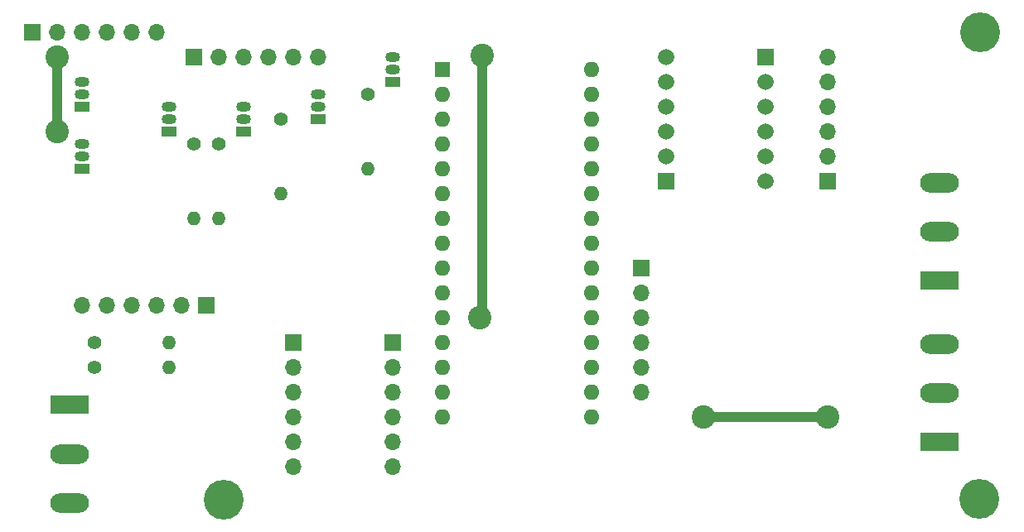
<source format=gbr>
%TF.GenerationSoftware,KiCad,Pcbnew,9.0.4*%
%TF.CreationDate,2025-09-23T14:36:17+02:00*%
%TF.ProjectId,filter shield,66696c74-6572-4207-9368-69656c642e6b,rev?*%
%TF.SameCoordinates,Original*%
%TF.FileFunction,Copper,L1,Top*%
%TF.FilePolarity,Positive*%
%FSLAX46Y46*%
G04 Gerber Fmt 4.6, Leading zero omitted, Abs format (unit mm)*
G04 Created by KiCad (PCBNEW 9.0.4) date 2025-09-23 14:36:17*
%MOMM*%
%LPD*%
G01*
G04 APERTURE LIST*
%TA.AperFunction,ComponentPad*%
%ADD10C,4.064000*%
%TD*%
%TA.AperFunction,ComponentPad*%
%ADD11R,3.960000X1.980000*%
%TD*%
%TA.AperFunction,ComponentPad*%
%ADD12O,3.960000X1.980000*%
%TD*%
%TA.AperFunction,ComponentPad*%
%ADD13R,1.665000X1.665000*%
%TD*%
%TA.AperFunction,ComponentPad*%
%ADD14C,1.665000*%
%TD*%
%TA.AperFunction,ComponentPad*%
%ADD15R,1.700000X1.700000*%
%TD*%
%TA.AperFunction,ComponentPad*%
%ADD16O,1.700000X1.700000*%
%TD*%
%TA.AperFunction,ComponentPad*%
%ADD17R,1.500000X1.050000*%
%TD*%
%TA.AperFunction,ComponentPad*%
%ADD18O,1.500000X1.050000*%
%TD*%
%TA.AperFunction,ComponentPad*%
%ADD19C,1.400000*%
%TD*%
%TA.AperFunction,ComponentPad*%
%ADD20O,1.400000X1.400000*%
%TD*%
%TA.AperFunction,ComponentPad*%
%ADD21R,1.600000X1.600000*%
%TD*%
%TA.AperFunction,ComponentPad*%
%ADD22O,1.600000X1.600000*%
%TD*%
%TA.AperFunction,ViaPad*%
%ADD23C,2.400000*%
%TD*%
%TA.AperFunction,Conductor*%
%ADD24C,1.000000*%
%TD*%
G04 APERTURE END LIST*
D10*
%TO.P,P8,1*%
%TO.N,Net-(P8-Pad1)*%
X124900000Y-118890000D03*
%TD*%
%TO.P,P10,1*%
%TO.N,Net-(P10-Pad1)*%
X202170000Y-118860000D03*
%TD*%
%TO.P,P13,1*%
%TO.N,Net-(P13-Pad1)*%
X202200000Y-71070000D03*
%TD*%
D11*
%TO.P,J1,1*%
%TO.N,+12V*%
X198120000Y-96520000D03*
D12*
%TO.P,J1,2*%
%TO.N,GND*%
X198120000Y-91520000D03*
%TO.P,J1,3*%
%TO.N,+5V*%
X198120000Y-86520000D03*
%TD*%
D11*
%TO.P,J2,1*%
%TO.N,GND*%
X198120000Y-113030000D03*
D12*
%TO.P,J2,2*%
%TO.N,+15V*%
X198120000Y-108030000D03*
%TO.P,J2,3*%
%TO.N,GND*%
X198120000Y-103030000D03*
%TD*%
D13*
%TO.P,U1,1*%
%TO.N,/rpi-ptt*%
X180340000Y-73660000D03*
D14*
%TO.P,U1,2*%
%TO.N,Net-(U1-Pad2)*%
X180340000Y-76200000D03*
%TO.P,U1,3*%
%TO.N,GND*%
X180340000Y-78740000D03*
%TO.P,U1,4*%
%TO.N,+3V3*%
X180340000Y-81280000D03*
%TO.P,U1,5*%
%TO.N,/rpi-scl*%
X180340000Y-83820000D03*
%TO.P,U1,6*%
%TO.N,/rpi-sda*%
X180340000Y-86360000D03*
D13*
%TO.P,U1,7*%
%TO.N,/sda*%
X170180000Y-86360000D03*
D14*
%TO.P,U1,8*%
%TO.N,/scl*%
X170180000Y-83820000D03*
%TO.P,U1,9*%
%TO.N,+5V*%
X170180000Y-81280000D03*
%TO.P,U1,10*%
%TO.N,GND*%
X170180000Y-78740000D03*
%TO.P,U1,11*%
%TO.N,Net-(U1-Pad11)*%
X170180000Y-76200000D03*
%TO.P,U1,12*%
%TO.N,/ptt*%
X170180000Y-73660000D03*
%TD*%
D15*
%TO.P,J7,1*%
%TO.N,/rpi-sda*%
X186690000Y-86360000D03*
D16*
%TO.P,J7,2*%
%TO.N,/rpi-scl*%
X186690000Y-83820000D03*
%TO.P,J7,3*%
%TO.N,GND*%
X186690000Y-81280000D03*
%TO.P,J7,4*%
%TO.N,+5V*%
X186690000Y-78740000D03*
%TO.P,J7,5*%
%TO.N,Net-(J7-Pad5)*%
X186690000Y-76200000D03*
%TO.P,J7,6*%
%TO.N,/rpi-ptt*%
X186690000Y-73660000D03*
%TD*%
D15*
%TO.P,J8,1*%
%TO.N,/bpf-p1*%
X142240000Y-102870000D03*
D16*
%TO.P,J8,2*%
%TO.N,/bpf-p2*%
X142240000Y-105410000D03*
%TO.P,J8,3*%
%TO.N,/bpf-p3*%
X142240000Y-107950000D03*
%TO.P,J8,4*%
%TO.N,/bpf-p4*%
X142240000Y-110490000D03*
%TO.P,J8,5*%
%TO.N,GND*%
X142240000Y-113030000D03*
%TO.P,J8,6*%
%TO.N,+5V*%
X142240000Y-115570000D03*
%TD*%
D15*
%TO.P,J9,1*%
%TO.N,+12V*%
X121920000Y-73660000D03*
D16*
%TO.P,J9,2*%
%TO.N,GND*%
X124460000Y-73660000D03*
%TO.P,J9,3*%
%TO.N,/lpf-10m*%
X127000000Y-73660000D03*
%TO.P,J9,4*%
%TO.N,/lpf-20m*%
X129540000Y-73660000D03*
%TO.P,J9,5*%
%TO.N,/lpf-40*%
X132080000Y-73660000D03*
%TO.P,J9,6*%
%TO.N,/lpf-80m*%
X134620000Y-73660000D03*
%TD*%
D15*
%TO.P,J3,1*%
%TO.N,+12V*%
X123190000Y-99060000D03*
D16*
%TO.P,J3,2*%
%TO.N,Net-(J3-Pad2)*%
X120650000Y-99060000D03*
%TO.P,J3,3*%
%TO.N,GND*%
X118110000Y-99060000D03*
%TO.P,J3,4*%
%TO.N,Net-(J3-Pad4)*%
X115570000Y-99060000D03*
%TO.P,J3,5*%
%TO.N,GND*%
X113030000Y-99060000D03*
%TO.P,J3,6*%
%TO.N,Net-(J3-Pad6)*%
X110490000Y-99060000D03*
%TD*%
D17*
%TO.P,Q1,1*%
%TO.N,GND*%
X110490000Y-78740000D03*
D18*
%TO.P,Q1,2*%
%TO.N,Net-(Q1-Pad2)*%
X110490000Y-77470000D03*
%TO.P,Q1,3*%
%TO.N,Net-(J3-Pad2)*%
X110490000Y-76200000D03*
%TD*%
D19*
%TO.P,R1,1*%
%TO.N,Net-(Q1-Pad2)*%
X111760000Y-105410000D03*
D20*
%TO.P,R1,2*%
%TO.N,/txmit*%
X119380000Y-105410000D03*
%TD*%
D17*
%TO.P,Q2,1*%
%TO.N,GND*%
X110490000Y-85090000D03*
D18*
%TO.P,Q2,2*%
%TO.N,Net-(Q2-Pad2)*%
X110490000Y-83820000D03*
%TO.P,Q2,3*%
%TO.N,Net-(J3-Pad4)*%
X110490000Y-82550000D03*
%TD*%
D19*
%TO.P,R2,1*%
%TO.N,Net-(Q2-Pad2)*%
X111760000Y-102870000D03*
D20*
%TO.P,R2,2*%
%TO.N,/pa*%
X119380000Y-102870000D03*
%TD*%
D11*
%TO.P,J6,1*%
%TO.N,GND*%
X109220000Y-109220000D03*
D12*
%TO.P,J6,2*%
%TO.N,+15V*%
X109220000Y-114220000D03*
%TO.P,J6,3*%
%TO.N,GND*%
X109220000Y-119220000D03*
%TD*%
D17*
%TO.P,Q3,1*%
%TO.N,GND*%
X119380000Y-81280000D03*
D18*
%TO.P,Q3,2*%
%TO.N,Net-(Q3-Pad2)*%
X119380000Y-80010000D03*
%TO.P,Q3,3*%
%TO.N,/lpf-10m*%
X119380000Y-78740000D03*
%TD*%
D17*
%TO.P,Q4,1*%
%TO.N,GND*%
X127000000Y-81280000D03*
D18*
%TO.P,Q4,2*%
%TO.N,Net-(Q4-Pad2)*%
X127000000Y-80010000D03*
%TO.P,Q4,3*%
%TO.N,/lpf-20m*%
X127000000Y-78740000D03*
%TD*%
D17*
%TO.P,Q5,1*%
%TO.N,GND*%
X134620000Y-80010000D03*
D18*
%TO.P,Q5,2*%
%TO.N,Net-(Q5-Pad2)*%
X134620000Y-78740000D03*
%TO.P,Q5,3*%
%TO.N,/lpf-40*%
X134620000Y-77470000D03*
%TD*%
D17*
%TO.P,Q6,1*%
%TO.N,GND*%
X142240000Y-76200000D03*
D18*
%TO.P,Q6,2*%
%TO.N,Net-(Q6-Pad2)*%
X142240000Y-74930000D03*
%TO.P,Q6,3*%
%TO.N,/lpf-80m*%
X142240000Y-73660000D03*
%TD*%
D19*
%TO.P,R3,1*%
%TO.N,Net-(Q3-Pad2)*%
X121920000Y-82550000D03*
D20*
%TO.P,R3,2*%
%TO.N,/d5-10m*%
X121920000Y-90170000D03*
%TD*%
D19*
%TO.P,R4,1*%
%TO.N,Net-(Q4-Pad2)*%
X124460000Y-82550000D03*
D20*
%TO.P,R4,2*%
%TO.N,/d4-20m*%
X124460000Y-90170000D03*
%TD*%
D19*
%TO.P,R5,1*%
%TO.N,Net-(Q5-Pad2)*%
X130810000Y-80010000D03*
D20*
%TO.P,R5,2*%
%TO.N,/d3-40m*%
X130810000Y-87630000D03*
%TD*%
D19*
%TO.P,R6,1*%
%TO.N,Net-(Q6-Pad2)*%
X139700000Y-77470000D03*
D20*
%TO.P,R6,2*%
%TO.N,/d2-80m*%
X139700000Y-85090000D03*
%TD*%
D21*
%TO.P,A1,1*%
%TO.N,Net-(A1-Pad1)*%
X147320000Y-74930000D03*
D22*
%TO.P,A1,2*%
%TO.N,Net-(A1-Pad2)*%
X147320000Y-77470000D03*
%TO.P,A1,3*%
%TO.N,Net-(A1-Pad3)*%
X147320000Y-80010000D03*
%TO.P,A1,4*%
%TO.N,GND*%
X147320000Y-82550000D03*
%TO.P,A1,5*%
%TO.N,/d2-80m*%
X147320000Y-85090000D03*
%TO.P,A1,6*%
%TO.N,/d3-40m*%
X147320000Y-87630000D03*
%TO.P,A1,7*%
%TO.N,/d4-20m*%
X147320000Y-90170000D03*
%TO.P,A1,8*%
%TO.N,/d5-10m*%
X147320000Y-92710000D03*
%TO.P,A1,9*%
%TO.N,/pa*%
X147320000Y-95250000D03*
%TO.P,A1,10*%
%TO.N,/txmit*%
X147320000Y-97790000D03*
%TO.P,A1,11*%
%TO.N,/ptt*%
X147320000Y-100330000D03*
%TO.P,A1,12*%
%TO.N,/bpf-p1*%
X147320000Y-102870000D03*
%TO.P,A1,13*%
%TO.N,/bpf-p2*%
X147320000Y-105410000D03*
%TO.P,A1,14*%
%TO.N,/bpf-p3*%
X147320000Y-107950000D03*
%TO.P,A1,15*%
%TO.N,/bpf-p4*%
X147320000Y-110490000D03*
%TO.P,A1,16*%
%TO.N,Net-(A1-Pad16)*%
X162560000Y-110490000D03*
%TO.P,A1,17*%
%TO.N,+3V3*%
X162560000Y-107950000D03*
%TO.P,A1,18*%
%TO.N,Net-(A1-Pad18)*%
X162560000Y-105410000D03*
%TO.P,A1,19*%
%TO.N,/A0*%
X162560000Y-102870000D03*
%TO.P,A1,20*%
%TO.N,/A1*%
X162560000Y-100330000D03*
%TO.P,A1,21*%
%TO.N,/A2*%
X162560000Y-97790000D03*
%TO.P,A1,22*%
%TO.N,/A3*%
X162560000Y-95250000D03*
%TO.P,A1,23*%
%TO.N,/sda*%
X162560000Y-92710000D03*
%TO.P,A1,24*%
%TO.N,/scl*%
X162560000Y-90170000D03*
%TO.P,A1,25*%
%TO.N,Net-(A1-Pad25)*%
X162560000Y-87630000D03*
%TO.P,A1,26*%
%TO.N,Net-(A1-Pad26)*%
X162560000Y-85090000D03*
%TO.P,A1,27*%
%TO.N,+5V*%
X162560000Y-82550000D03*
%TO.P,A1,28*%
%TO.N,Net-(A1-Pad28)*%
X162560000Y-80010000D03*
%TO.P,A1,29*%
%TO.N,GND*%
X162560000Y-77470000D03*
%TO.P,A1,30*%
%TO.N,Net-(A1-Pad30)*%
X162560000Y-74930000D03*
%TD*%
D15*
%TO.P,J4,1*%
%TO.N,GND*%
X132080000Y-102870000D03*
D16*
%TO.P,J4,2*%
X132080000Y-105410000D03*
%TO.P,J4,3*%
X132080000Y-107950000D03*
%TO.P,J4,4*%
%TO.N,+5V*%
X132080000Y-110490000D03*
%TO.P,J4,5*%
X132080000Y-113030000D03*
%TO.P,J4,6*%
X132080000Y-115570000D03*
%TD*%
D15*
%TO.P,J5,1*%
%TO.N,GND*%
X105410000Y-71120000D03*
D16*
%TO.P,J5,2*%
X107950000Y-71120000D03*
%TO.P,J5,3*%
X110490000Y-71120000D03*
%TO.P,J5,4*%
%TO.N,+12V*%
X113030000Y-71120000D03*
%TO.P,J5,5*%
X115570000Y-71120000D03*
%TO.P,J5,6*%
X118110000Y-71120000D03*
%TD*%
D15*
%TO.P,J10,1*%
%TO.N,/A3*%
X167640000Y-95250000D03*
D16*
%TO.P,J10,2*%
%TO.N,/A2*%
X167640000Y-97790000D03*
%TO.P,J10,3*%
%TO.N,/A1*%
X167640000Y-100330000D03*
%TO.P,J10,4*%
%TO.N,/A0*%
X167640000Y-102870000D03*
%TO.P,J10,5*%
%TO.N,GND*%
X167640000Y-105410000D03*
%TO.P,J10,6*%
%TO.N,+3V3*%
X167640000Y-107950000D03*
%TD*%
D23*
%TO.N,GND*%
X107950000Y-73660000D03*
X107950000Y-81280000D03*
%TO.N,+5V*%
X186690000Y-110490000D03*
X173990000Y-110490000D03*
%TO.N,/ptt*%
X151360001Y-73429999D03*
X151130000Y-100330000D03*
%TD*%
D24*
%TO.N,GND*%
X107950000Y-81280000D02*
X107950000Y-73660000D01*
%TO.N,+5V*%
X173990000Y-110490000D02*
X186690000Y-110490000D01*
%TO.N,/ptt*%
X151360001Y-100099999D02*
X151130000Y-100330000D01*
X151360001Y-73429999D02*
X151360001Y-100099999D01*
%TD*%
M02*

</source>
